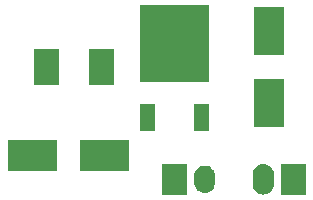
<source format=gbr>
G04 #@! TF.GenerationSoftware,KiCad,Pcbnew,(5.1.5)-3*
G04 #@! TF.CreationDate,2020-04-05T21:04:07+03:00*
G04 #@! TF.ProjectId,5V_DV,35565f44-562e-46b6-9963-61645f706362,V2.0*
G04 #@! TF.SameCoordinates,Original*
G04 #@! TF.FileFunction,Soldermask,Top*
G04 #@! TF.FilePolarity,Negative*
%FSLAX46Y46*%
G04 Gerber Fmt 4.6, Leading zero omitted, Abs format (unit mm)*
G04 Created by KiCad (PCBNEW (5.1.5)-3) date 2020-04-05 21:04:07*
%MOMM*%
%LPD*%
G04 APERTURE LIST*
%ADD10C,0.100000*%
G04 APERTURE END LIST*
D10*
G36*
X159176626Y-93712037D02*
G01*
X159346465Y-93763557D01*
X159346467Y-93763558D01*
X159502989Y-93847221D01*
X159640186Y-93959814D01*
X159723448Y-94061271D01*
X159752778Y-94097009D01*
X159836443Y-94253534D01*
X159887963Y-94423373D01*
X159901000Y-94555742D01*
X159901000Y-95444258D01*
X159887963Y-95576627D01*
X159836443Y-95746466D01*
X159752778Y-95902991D01*
X159723448Y-95938729D01*
X159640186Y-96040186D01*
X159538729Y-96123448D01*
X159502991Y-96152778D01*
X159346466Y-96236443D01*
X159176627Y-96287963D01*
X159000000Y-96305359D01*
X158823374Y-96287963D01*
X158653535Y-96236443D01*
X158497010Y-96152778D01*
X158461272Y-96123448D01*
X158359815Y-96040186D01*
X158276553Y-95938729D01*
X158247223Y-95902991D01*
X158163558Y-95746466D01*
X158112038Y-95576627D01*
X158099000Y-95444258D01*
X158099000Y-94555743D01*
X158112037Y-94423374D01*
X158163557Y-94253535D01*
X158167045Y-94247009D01*
X158247221Y-94097011D01*
X158359814Y-93959814D01*
X158478957Y-93862037D01*
X158497009Y-93847222D01*
X158653534Y-93763557D01*
X158823373Y-93712037D01*
X159000000Y-93694641D01*
X159176626Y-93712037D01*
G37*
G36*
X162591000Y-96301000D02*
G01*
X160489000Y-96301000D01*
X160489000Y-93699000D01*
X162591000Y-93699000D01*
X162591000Y-96301000D01*
G37*
G36*
X152551000Y-96301000D02*
G01*
X150449000Y-96301000D01*
X150449000Y-93699000D01*
X152551000Y-93699000D01*
X152551000Y-96301000D01*
G37*
G36*
X154216627Y-93862037D02*
G01*
X154386466Y-93913557D01*
X154542991Y-93997222D01*
X154578729Y-94026552D01*
X154680186Y-94109814D01*
X154763448Y-94211271D01*
X154792778Y-94247009D01*
X154876443Y-94403534D01*
X154927963Y-94573373D01*
X154941000Y-94705742D01*
X154941000Y-95294258D01*
X154927963Y-95426627D01*
X154876443Y-95596466D01*
X154792778Y-95752991D01*
X154763448Y-95788729D01*
X154680186Y-95890186D01*
X154542989Y-96002779D01*
X154386467Y-96086442D01*
X154386465Y-96086443D01*
X154216626Y-96137963D01*
X154040000Y-96155359D01*
X153863373Y-96137963D01*
X153693534Y-96086443D01*
X153537009Y-96002778D01*
X153501271Y-95973448D01*
X153399814Y-95890186D01*
X153287221Y-95752989D01*
X153203558Y-95596467D01*
X153203557Y-95596465D01*
X153152037Y-95426626D01*
X153139000Y-95294257D01*
X153139000Y-94705742D01*
X153152037Y-94573373D01*
X153203557Y-94403534D01*
X153287223Y-94247009D01*
X153399815Y-94109814D01*
X153501272Y-94026552D01*
X153537010Y-93997222D01*
X153693535Y-93913557D01*
X153863374Y-93862037D01*
X154040000Y-93844641D01*
X154216627Y-93862037D01*
G37*
G36*
X147601000Y-94301000D02*
G01*
X143499000Y-94301000D01*
X143499000Y-91699000D01*
X147601000Y-91699000D01*
X147601000Y-94301000D01*
G37*
G36*
X141501000Y-94301000D02*
G01*
X137399000Y-94301000D01*
X137399000Y-91699000D01*
X141501000Y-91699000D01*
X141501000Y-94301000D01*
G37*
G36*
X149871000Y-90951000D02*
G01*
X148569000Y-90951000D01*
X148569000Y-88649000D01*
X149871000Y-88649000D01*
X149871000Y-90951000D01*
G37*
G36*
X154431000Y-90951000D02*
G01*
X153129000Y-90951000D01*
X153129000Y-88649000D01*
X154431000Y-88649000D01*
X154431000Y-90951000D01*
G37*
G36*
X160801000Y-90601000D02*
G01*
X158199000Y-90601000D01*
X158199000Y-86499000D01*
X160801000Y-86499000D01*
X160801000Y-90601000D01*
G37*
G36*
X141726000Y-87051000D02*
G01*
X139624000Y-87051000D01*
X139624000Y-83949000D01*
X141726000Y-83949000D01*
X141726000Y-87051000D01*
G37*
G36*
X146376000Y-87051000D02*
G01*
X144274000Y-87051000D01*
X144274000Y-83949000D01*
X146376000Y-83949000D01*
X146376000Y-87051000D01*
G37*
G36*
X154451000Y-86751000D02*
G01*
X148549000Y-86751000D01*
X148549000Y-80249000D01*
X154451000Y-80249000D01*
X154451000Y-86751000D01*
G37*
G36*
X160801000Y-84501000D02*
G01*
X158199000Y-84501000D01*
X158199000Y-80399000D01*
X160801000Y-80399000D01*
X160801000Y-84501000D01*
G37*
M02*

</source>
